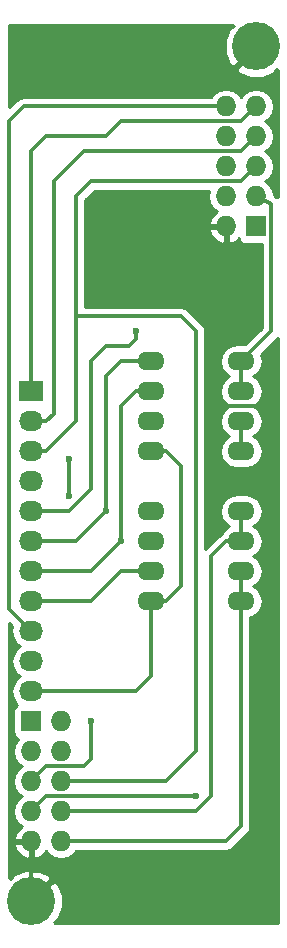
<source format=gbr>
G04 #@! TF.FileFunction,Copper,L2,Bot,Signal*
%FSLAX46Y46*%
G04 Gerber Fmt 4.6, Leading zero omitted, Abs format (unit mm)*
G04 Created by KiCad (PCBNEW 4.0.2+dfsg1-2~bpo8+1-stable) date Mon 04 Sep 2017 02:15:41 PM EEST*
%MOMM*%
G01*
G04 APERTURE LIST*
%ADD10C,0.050000*%
%ADD11R,1.727200X1.727200*%
%ADD12O,1.727200X1.727200*%
%ADD13R,2.032000X1.727200*%
%ADD14O,2.032000X1.727200*%
%ADD15O,2.300000X1.600000*%
%ADD16C,4.064000*%
%ADD17C,0.600000*%
%ADD18C,0.300000*%
%ADD19C,0.254000*%
G04 APERTURE END LIST*
D10*
D11*
X137160000Y-142240000D03*
D12*
X139700000Y-142240000D03*
X137160000Y-144780000D03*
X139700000Y-144780000D03*
X137160000Y-147320000D03*
X139700000Y-147320000D03*
X137160000Y-149860000D03*
X139700000Y-149860000D03*
X137160000Y-152400000D03*
X139700000Y-152400000D03*
D11*
X156210000Y-100330000D03*
D12*
X153670000Y-100330000D03*
X156210000Y-97790000D03*
X153670000Y-97790000D03*
X156210000Y-95250000D03*
X153670000Y-95250000D03*
X156210000Y-92710000D03*
X153670000Y-92710000D03*
X156210000Y-90170000D03*
X153670000Y-90170000D03*
D13*
X137160000Y-114300000D03*
D14*
X137160000Y-116840000D03*
X137160000Y-119380000D03*
X137160000Y-121920000D03*
X137160000Y-124460000D03*
X137160000Y-127000000D03*
X137160000Y-129540000D03*
X137160000Y-132080000D03*
X137160000Y-134620000D03*
X137160000Y-137160000D03*
X137160000Y-139700000D03*
D15*
X154940000Y-132080000D03*
X154940000Y-129540000D03*
X154940000Y-127000000D03*
X154940000Y-124460000D03*
X147320000Y-124460000D03*
X147320000Y-127000000D03*
X147320000Y-129540000D03*
X147320000Y-132080000D03*
X154940000Y-119380000D03*
X154940000Y-116840000D03*
X154940000Y-114300000D03*
X154940000Y-111760000D03*
X147320000Y-111760000D03*
X147320000Y-114300000D03*
X147320000Y-116840000D03*
X147320000Y-119380000D03*
D16*
X156210000Y-85090000D03*
X137160000Y-157480000D03*
D17*
X140335000Y-120015000D03*
X140335000Y-123190000D03*
X142240000Y-142240000D03*
X146050000Y-109220000D03*
X151130000Y-148590000D03*
X143510000Y-124460000D03*
X144780000Y-127000000D03*
D18*
X153670000Y-90170000D02*
X136525000Y-90170000D01*
X135255000Y-132715000D02*
X137160000Y-134620000D01*
X135255000Y-91440000D02*
X135255000Y-132715000D01*
X136525000Y-90170000D02*
X135255000Y-91440000D01*
X140335000Y-123190000D02*
X140335000Y-120015000D01*
X137160000Y-114300000D02*
X137160000Y-93980000D01*
X154940000Y-91440000D02*
X156210000Y-90170000D01*
X144780000Y-91440000D02*
X154940000Y-91440000D01*
X143510000Y-92710000D02*
X144780000Y-91440000D01*
X138430000Y-92710000D02*
X143510000Y-92710000D01*
X137160000Y-93980000D02*
X138430000Y-92710000D01*
X137160000Y-116840000D02*
X138430000Y-116840000D01*
X154940000Y-93980000D02*
X156210000Y-92710000D01*
X141605000Y-93980000D02*
X154940000Y-93980000D01*
X139065000Y-96520000D02*
X141605000Y-93980000D01*
X139065000Y-116205000D02*
X139065000Y-96520000D01*
X138430000Y-116840000D02*
X139065000Y-116205000D01*
X137160000Y-147320000D02*
X138430000Y-146050000D01*
X142240000Y-145415000D02*
X142240000Y-142240000D01*
X141605000Y-146050000D02*
X142240000Y-145415000D01*
X138430000Y-146050000D02*
X141605000Y-146050000D01*
X139700000Y-147320000D02*
X148590000Y-147320000D01*
X149860000Y-107950000D02*
X140970000Y-107950000D01*
X151130000Y-109220000D02*
X149860000Y-107950000D01*
X151130000Y-144780000D02*
X151130000Y-109220000D01*
X148590000Y-147320000D02*
X151130000Y-144780000D01*
X137160000Y-119380000D02*
X138430000Y-119380000D01*
X154940000Y-96520000D02*
X156210000Y-95250000D01*
X142240000Y-96520000D02*
X154940000Y-96520000D01*
X140970000Y-97790000D02*
X142240000Y-96520000D01*
X140970000Y-116840000D02*
X140970000Y-107950000D01*
X140970000Y-107950000D02*
X140970000Y-97790000D01*
X138430000Y-119380000D02*
X140970000Y-116840000D01*
X146050000Y-109220000D02*
X146050000Y-109855000D01*
X140335000Y-124460000D02*
X142240000Y-122555000D01*
X140335000Y-124460000D02*
X137160000Y-124460000D01*
X142240000Y-111760000D02*
X142240000Y-122555000D01*
X143510000Y-110490000D02*
X142240000Y-111760000D01*
X145415000Y-110490000D02*
X143510000Y-110490000D01*
X146050000Y-109855000D02*
X145415000Y-110490000D01*
X137160000Y-149860000D02*
X138430000Y-148590000D01*
X138430000Y-148590000D02*
X151130000Y-148590000D01*
X139700000Y-149860000D02*
X151130000Y-149860000D01*
X153670000Y-127000000D02*
X154940000Y-127000000D01*
X152400000Y-128270000D02*
X153670000Y-127000000D01*
X152400000Y-148590000D02*
X152400000Y-128270000D01*
X151130000Y-149860000D02*
X152400000Y-148590000D01*
X154940000Y-127000000D02*
X154940000Y-124460000D01*
X154940000Y-127000000D02*
X154940000Y-127000000D01*
X153670000Y-100330000D02*
X153670000Y-104775000D01*
X137160000Y-154940000D02*
X155575000Y-154940000D01*
X155575000Y-154940000D02*
X156845000Y-153670000D01*
X156845000Y-153670000D02*
X156845000Y-115570000D01*
X156845000Y-115570000D02*
X153670000Y-115570000D01*
X137160000Y-154940000D02*
X137160000Y-152400000D01*
X153035000Y-115570000D02*
X153670000Y-115570000D01*
X153035000Y-105410000D02*
X153035000Y-115570000D01*
X153670000Y-104775000D02*
X153035000Y-105410000D01*
X137160000Y-152400000D02*
X137160000Y-157480000D01*
X154940000Y-132080000D02*
X154940000Y-129540000D01*
X139700000Y-152400000D02*
X153670000Y-152400000D01*
X154940000Y-151130000D02*
X154940000Y-132080000D01*
X153670000Y-152400000D02*
X154940000Y-151130000D01*
X154940000Y-119380000D02*
X154940000Y-116840000D01*
X154940000Y-111760000D02*
X157480000Y-109220000D01*
X157480000Y-107950000D02*
X157480000Y-98425000D01*
X157480000Y-98425000D02*
X156210000Y-97790000D01*
X157480000Y-109220000D02*
X157480000Y-107950000D01*
X154940000Y-114300000D02*
X154940000Y-111760000D01*
X137160000Y-127000000D02*
X140970000Y-127000000D01*
X140970000Y-127000000D02*
X143510000Y-124460000D01*
X144780000Y-111760000D02*
X147320000Y-111760000D01*
X143510000Y-113030000D02*
X144780000Y-111760000D01*
X143510000Y-124460000D02*
X143510000Y-113030000D01*
X140970000Y-127000000D02*
X143510000Y-124460000D01*
X147320000Y-114300000D02*
X146050000Y-114300000D01*
X144780000Y-115570000D02*
X144780000Y-127000000D01*
X146050000Y-114300000D02*
X144780000Y-115570000D01*
X144780000Y-127000000D02*
X142240000Y-129540000D01*
X142240000Y-129540000D02*
X137160000Y-129540000D01*
X137160000Y-129540000D02*
X142240000Y-129540000D01*
X142240000Y-129540000D02*
X144780000Y-127000000D01*
X137160000Y-132080000D02*
X142240000Y-132080000D01*
X144780000Y-129540000D02*
X147320000Y-129540000D01*
X142240000Y-132080000D02*
X144780000Y-129540000D01*
X147320000Y-132080000D02*
X148590000Y-132080000D01*
X148590000Y-119380000D02*
X147320000Y-119380000D01*
X149860000Y-120650000D02*
X148590000Y-119380000D01*
X149860000Y-130810000D02*
X149860000Y-120650000D01*
X148590000Y-132080000D02*
X149860000Y-130810000D01*
X137160000Y-139700000D02*
X146050000Y-139700000D01*
X147320000Y-138430000D02*
X147320000Y-132080000D01*
X146050000Y-139700000D02*
X147320000Y-138430000D01*
D19*
G36*
X152142041Y-97790000D02*
X152256115Y-98363489D01*
X152580971Y-98849670D01*
X152904228Y-99065664D01*
X152781510Y-99123179D01*
X152387312Y-99555053D01*
X152215042Y-99970974D01*
X152336183Y-100203000D01*
X153543000Y-100203000D01*
X153543000Y-100183000D01*
X153797000Y-100183000D01*
X153797000Y-100203000D01*
X153817000Y-100203000D01*
X153817000Y-100457000D01*
X153797000Y-100457000D01*
X153797000Y-101664469D01*
X154029027Y-101784968D01*
X154558490Y-101536821D01*
X154728495Y-101350567D01*
X154743238Y-101428917D01*
X154882310Y-101645041D01*
X155094510Y-101790031D01*
X155346400Y-101841040D01*
X156695000Y-101841040D01*
X156695000Y-108894842D01*
X155264842Y-110325000D01*
X154555030Y-110325000D01*
X154005879Y-110434233D01*
X153540332Y-110745302D01*
X153229263Y-111210849D01*
X153120030Y-111760000D01*
X153229263Y-112309151D01*
X153540332Y-112774698D01*
X153922418Y-113030000D01*
X153540332Y-113285302D01*
X153229263Y-113750849D01*
X153120030Y-114300000D01*
X153229263Y-114849151D01*
X153540332Y-115314698D01*
X153922418Y-115570000D01*
X153540332Y-115825302D01*
X153229263Y-116290849D01*
X153120030Y-116840000D01*
X153229263Y-117389151D01*
X153540332Y-117854698D01*
X153922418Y-118110000D01*
X153540332Y-118365302D01*
X153229263Y-118830849D01*
X153120030Y-119380000D01*
X153229263Y-119929151D01*
X153540332Y-120394698D01*
X154005879Y-120705767D01*
X154555030Y-120815000D01*
X155324970Y-120815000D01*
X155874121Y-120705767D01*
X156339668Y-120394698D01*
X156650737Y-119929151D01*
X156759970Y-119380000D01*
X156650737Y-118830849D01*
X156339668Y-118365302D01*
X155957582Y-118110000D01*
X156339668Y-117854698D01*
X156650737Y-117389151D01*
X156759970Y-116840000D01*
X156650737Y-116290849D01*
X156339668Y-115825302D01*
X155957582Y-115570000D01*
X156339668Y-115314698D01*
X156650737Y-114849151D01*
X156759970Y-114300000D01*
X156650737Y-113750849D01*
X156339668Y-113285302D01*
X155957582Y-113030000D01*
X156339668Y-112774698D01*
X156650737Y-112309151D01*
X156759970Y-111760000D01*
X156650737Y-111210849D01*
X156630138Y-111180020D01*
X158035079Y-109775079D01*
X158040000Y-109767714D01*
X158040000Y-159310000D01*
X139169608Y-159310000D01*
X139058123Y-159198515D01*
X139432168Y-158973846D01*
X139830880Y-157990612D01*
X139822975Y-156929643D01*
X139432168Y-155986154D01*
X139058121Y-155761484D01*
X137339605Y-157480000D01*
X137353748Y-157494143D01*
X137174143Y-157673748D01*
X137160000Y-157659605D01*
X137145858Y-157673748D01*
X136966253Y-157494143D01*
X136980395Y-157480000D01*
X136966253Y-157465858D01*
X137145858Y-157286253D01*
X137160000Y-157300395D01*
X138878516Y-155581879D01*
X138653846Y-155207832D01*
X137670612Y-154809120D01*
X136609643Y-154817025D01*
X135666154Y-155207832D01*
X135441485Y-155581877D01*
X135330000Y-155470392D01*
X135330000Y-152759026D01*
X135705042Y-152759026D01*
X135877312Y-153174947D01*
X136271510Y-153606821D01*
X136800973Y-153854968D01*
X137033000Y-153734469D01*
X137033000Y-152527000D01*
X135826183Y-152527000D01*
X135705042Y-152759026D01*
X135330000Y-152759026D01*
X135330000Y-133900158D01*
X135571753Y-134141911D01*
X135476655Y-134620000D01*
X135590729Y-135193489D01*
X135915585Y-135679670D01*
X136230366Y-135890000D01*
X135915585Y-136100330D01*
X135590729Y-136586511D01*
X135476655Y-137160000D01*
X135590729Y-137733489D01*
X135915585Y-138219670D01*
X136230366Y-138430000D01*
X135915585Y-138640330D01*
X135590729Y-139126511D01*
X135476655Y-139700000D01*
X135590729Y-140273489D01*
X135915585Y-140759670D01*
X135997308Y-140814276D01*
X135844959Y-140912310D01*
X135699969Y-141124510D01*
X135648960Y-141376400D01*
X135648960Y-143103600D01*
X135693238Y-143338917D01*
X135832310Y-143555041D01*
X136044510Y-143700031D01*
X136088131Y-143708864D01*
X136070971Y-143720330D01*
X135746115Y-144206511D01*
X135632041Y-144780000D01*
X135746115Y-145353489D01*
X136070971Y-145839670D01*
X136385752Y-146050000D01*
X136070971Y-146260330D01*
X135746115Y-146746511D01*
X135632041Y-147320000D01*
X135746115Y-147893489D01*
X136070971Y-148379670D01*
X136385752Y-148590000D01*
X136070971Y-148800330D01*
X135746115Y-149286511D01*
X135632041Y-149860000D01*
X135746115Y-150433489D01*
X136070971Y-150919670D01*
X136394228Y-151135664D01*
X136271510Y-151193179D01*
X135877312Y-151625053D01*
X135705042Y-152040974D01*
X135826183Y-152273000D01*
X137033000Y-152273000D01*
X137033000Y-152253000D01*
X137287000Y-152253000D01*
X137287000Y-152273000D01*
X137307000Y-152273000D01*
X137307000Y-152527000D01*
X137287000Y-152527000D01*
X137287000Y-153734469D01*
X137519027Y-153854968D01*
X138048490Y-153606821D01*
X138430008Y-153188839D01*
X138610971Y-153459670D01*
X139097152Y-153784526D01*
X139670641Y-153898600D01*
X139729359Y-153898600D01*
X140302848Y-153784526D01*
X140789029Y-153459670D01*
X140972558Y-153185000D01*
X153670000Y-153185000D01*
X153970407Y-153125245D01*
X154225079Y-152955079D01*
X155495079Y-151685079D01*
X155665245Y-151430407D01*
X155725000Y-151130000D01*
X155725000Y-133435429D01*
X155874121Y-133405767D01*
X156339668Y-133094698D01*
X156650737Y-132629151D01*
X156759970Y-132080000D01*
X156650737Y-131530849D01*
X156339668Y-131065302D01*
X155957582Y-130810000D01*
X156339668Y-130554698D01*
X156650737Y-130089151D01*
X156759970Y-129540000D01*
X156650737Y-128990849D01*
X156339668Y-128525302D01*
X155957582Y-128270000D01*
X156339668Y-128014698D01*
X156650737Y-127549151D01*
X156759970Y-127000000D01*
X156650737Y-126450849D01*
X156339668Y-125985302D01*
X155957582Y-125730000D01*
X156339668Y-125474698D01*
X156650737Y-125009151D01*
X156759970Y-124460000D01*
X156650737Y-123910849D01*
X156339668Y-123445302D01*
X155874121Y-123134233D01*
X155324970Y-123025000D01*
X154555030Y-123025000D01*
X154005879Y-123134233D01*
X153540332Y-123445302D01*
X153229263Y-123910849D01*
X153120030Y-124460000D01*
X153229263Y-125009151D01*
X153540332Y-125474698D01*
X153922418Y-125730000D01*
X153540332Y-125985302D01*
X153328643Y-126302117D01*
X153114921Y-126444921D01*
X151915000Y-127644842D01*
X151915000Y-109220000D01*
X151855245Y-108919594D01*
X151855245Y-108919593D01*
X151685079Y-108664921D01*
X150415079Y-107394921D01*
X150160407Y-107224755D01*
X149860000Y-107165000D01*
X141755000Y-107165000D01*
X141755000Y-100689026D01*
X152215042Y-100689026D01*
X152387312Y-101104947D01*
X152781510Y-101536821D01*
X153310973Y-101784968D01*
X153543000Y-101664469D01*
X153543000Y-100457000D01*
X152336183Y-100457000D01*
X152215042Y-100689026D01*
X141755000Y-100689026D01*
X141755000Y-98115158D01*
X142565158Y-97305000D01*
X152238513Y-97305000D01*
X152142041Y-97790000D01*
X152142041Y-97790000D01*
G37*
X152142041Y-97790000D02*
X152256115Y-98363489D01*
X152580971Y-98849670D01*
X152904228Y-99065664D01*
X152781510Y-99123179D01*
X152387312Y-99555053D01*
X152215042Y-99970974D01*
X152336183Y-100203000D01*
X153543000Y-100203000D01*
X153543000Y-100183000D01*
X153797000Y-100183000D01*
X153797000Y-100203000D01*
X153817000Y-100203000D01*
X153817000Y-100457000D01*
X153797000Y-100457000D01*
X153797000Y-101664469D01*
X154029027Y-101784968D01*
X154558490Y-101536821D01*
X154728495Y-101350567D01*
X154743238Y-101428917D01*
X154882310Y-101645041D01*
X155094510Y-101790031D01*
X155346400Y-101841040D01*
X156695000Y-101841040D01*
X156695000Y-108894842D01*
X155264842Y-110325000D01*
X154555030Y-110325000D01*
X154005879Y-110434233D01*
X153540332Y-110745302D01*
X153229263Y-111210849D01*
X153120030Y-111760000D01*
X153229263Y-112309151D01*
X153540332Y-112774698D01*
X153922418Y-113030000D01*
X153540332Y-113285302D01*
X153229263Y-113750849D01*
X153120030Y-114300000D01*
X153229263Y-114849151D01*
X153540332Y-115314698D01*
X153922418Y-115570000D01*
X153540332Y-115825302D01*
X153229263Y-116290849D01*
X153120030Y-116840000D01*
X153229263Y-117389151D01*
X153540332Y-117854698D01*
X153922418Y-118110000D01*
X153540332Y-118365302D01*
X153229263Y-118830849D01*
X153120030Y-119380000D01*
X153229263Y-119929151D01*
X153540332Y-120394698D01*
X154005879Y-120705767D01*
X154555030Y-120815000D01*
X155324970Y-120815000D01*
X155874121Y-120705767D01*
X156339668Y-120394698D01*
X156650737Y-119929151D01*
X156759970Y-119380000D01*
X156650737Y-118830849D01*
X156339668Y-118365302D01*
X155957582Y-118110000D01*
X156339668Y-117854698D01*
X156650737Y-117389151D01*
X156759970Y-116840000D01*
X156650737Y-116290849D01*
X156339668Y-115825302D01*
X155957582Y-115570000D01*
X156339668Y-115314698D01*
X156650737Y-114849151D01*
X156759970Y-114300000D01*
X156650737Y-113750849D01*
X156339668Y-113285302D01*
X155957582Y-113030000D01*
X156339668Y-112774698D01*
X156650737Y-112309151D01*
X156759970Y-111760000D01*
X156650737Y-111210849D01*
X156630138Y-111180020D01*
X158035079Y-109775079D01*
X158040000Y-109767714D01*
X158040000Y-159310000D01*
X139169608Y-159310000D01*
X139058123Y-159198515D01*
X139432168Y-158973846D01*
X139830880Y-157990612D01*
X139822975Y-156929643D01*
X139432168Y-155986154D01*
X139058121Y-155761484D01*
X137339605Y-157480000D01*
X137353748Y-157494143D01*
X137174143Y-157673748D01*
X137160000Y-157659605D01*
X137145858Y-157673748D01*
X136966253Y-157494143D01*
X136980395Y-157480000D01*
X136966253Y-157465858D01*
X137145858Y-157286253D01*
X137160000Y-157300395D01*
X138878516Y-155581879D01*
X138653846Y-155207832D01*
X137670612Y-154809120D01*
X136609643Y-154817025D01*
X135666154Y-155207832D01*
X135441485Y-155581877D01*
X135330000Y-155470392D01*
X135330000Y-152759026D01*
X135705042Y-152759026D01*
X135877312Y-153174947D01*
X136271510Y-153606821D01*
X136800973Y-153854968D01*
X137033000Y-153734469D01*
X137033000Y-152527000D01*
X135826183Y-152527000D01*
X135705042Y-152759026D01*
X135330000Y-152759026D01*
X135330000Y-133900158D01*
X135571753Y-134141911D01*
X135476655Y-134620000D01*
X135590729Y-135193489D01*
X135915585Y-135679670D01*
X136230366Y-135890000D01*
X135915585Y-136100330D01*
X135590729Y-136586511D01*
X135476655Y-137160000D01*
X135590729Y-137733489D01*
X135915585Y-138219670D01*
X136230366Y-138430000D01*
X135915585Y-138640330D01*
X135590729Y-139126511D01*
X135476655Y-139700000D01*
X135590729Y-140273489D01*
X135915585Y-140759670D01*
X135997308Y-140814276D01*
X135844959Y-140912310D01*
X135699969Y-141124510D01*
X135648960Y-141376400D01*
X135648960Y-143103600D01*
X135693238Y-143338917D01*
X135832310Y-143555041D01*
X136044510Y-143700031D01*
X136088131Y-143708864D01*
X136070971Y-143720330D01*
X135746115Y-144206511D01*
X135632041Y-144780000D01*
X135746115Y-145353489D01*
X136070971Y-145839670D01*
X136385752Y-146050000D01*
X136070971Y-146260330D01*
X135746115Y-146746511D01*
X135632041Y-147320000D01*
X135746115Y-147893489D01*
X136070971Y-148379670D01*
X136385752Y-148590000D01*
X136070971Y-148800330D01*
X135746115Y-149286511D01*
X135632041Y-149860000D01*
X135746115Y-150433489D01*
X136070971Y-150919670D01*
X136394228Y-151135664D01*
X136271510Y-151193179D01*
X135877312Y-151625053D01*
X135705042Y-152040974D01*
X135826183Y-152273000D01*
X137033000Y-152273000D01*
X137033000Y-152253000D01*
X137287000Y-152253000D01*
X137287000Y-152273000D01*
X137307000Y-152273000D01*
X137307000Y-152527000D01*
X137287000Y-152527000D01*
X137287000Y-153734469D01*
X137519027Y-153854968D01*
X138048490Y-153606821D01*
X138430008Y-153188839D01*
X138610971Y-153459670D01*
X139097152Y-153784526D01*
X139670641Y-153898600D01*
X139729359Y-153898600D01*
X140302848Y-153784526D01*
X140789029Y-153459670D01*
X140972558Y-153185000D01*
X153670000Y-153185000D01*
X153970407Y-153125245D01*
X154225079Y-152955079D01*
X155495079Y-151685079D01*
X155665245Y-151430407D01*
X155725000Y-151130000D01*
X155725000Y-133435429D01*
X155874121Y-133405767D01*
X156339668Y-133094698D01*
X156650737Y-132629151D01*
X156759970Y-132080000D01*
X156650737Y-131530849D01*
X156339668Y-131065302D01*
X155957582Y-130810000D01*
X156339668Y-130554698D01*
X156650737Y-130089151D01*
X156759970Y-129540000D01*
X156650737Y-128990849D01*
X156339668Y-128525302D01*
X155957582Y-128270000D01*
X156339668Y-128014698D01*
X156650737Y-127549151D01*
X156759970Y-127000000D01*
X156650737Y-126450849D01*
X156339668Y-125985302D01*
X155957582Y-125730000D01*
X156339668Y-125474698D01*
X156650737Y-125009151D01*
X156759970Y-124460000D01*
X156650737Y-123910849D01*
X156339668Y-123445302D01*
X155874121Y-123134233D01*
X155324970Y-123025000D01*
X154555030Y-123025000D01*
X154005879Y-123134233D01*
X153540332Y-123445302D01*
X153229263Y-123910849D01*
X153120030Y-124460000D01*
X153229263Y-125009151D01*
X153540332Y-125474698D01*
X153922418Y-125730000D01*
X153540332Y-125985302D01*
X153328643Y-126302117D01*
X153114921Y-126444921D01*
X151915000Y-127644842D01*
X151915000Y-109220000D01*
X151855245Y-108919594D01*
X151855245Y-108919593D01*
X151685079Y-108664921D01*
X150415079Y-107394921D01*
X150160407Y-107224755D01*
X149860000Y-107165000D01*
X141755000Y-107165000D01*
X141755000Y-100689026D01*
X152215042Y-100689026D01*
X152387312Y-101104947D01*
X152781510Y-101536821D01*
X153310973Y-101784968D01*
X153543000Y-101664469D01*
X153543000Y-100457000D01*
X152336183Y-100457000D01*
X152215042Y-100689026D01*
X141755000Y-100689026D01*
X141755000Y-98115158D01*
X142565158Y-97305000D01*
X152238513Y-97305000D01*
X152142041Y-97790000D01*
G36*
X154311877Y-83371485D02*
X153937832Y-83596154D01*
X153539120Y-84579388D01*
X153547025Y-85640357D01*
X153937832Y-86583846D01*
X154311879Y-86808516D01*
X156030395Y-85090000D01*
X156016253Y-85075858D01*
X156195858Y-84896253D01*
X156210000Y-84910395D01*
X156224143Y-84896253D01*
X156403748Y-85075858D01*
X156389605Y-85090000D01*
X156403748Y-85104143D01*
X156224143Y-85283748D01*
X156210000Y-85269605D01*
X154491484Y-86988121D01*
X154716154Y-87362168D01*
X155699388Y-87760880D01*
X156760357Y-87752975D01*
X157703846Y-87362168D01*
X157928515Y-86988123D01*
X158040000Y-87099608D01*
X158040000Y-97877286D01*
X158035079Y-97869921D01*
X157930460Y-97800017D01*
X157831063Y-97722875D01*
X157712850Y-97663769D01*
X157623885Y-97216511D01*
X157299029Y-96730330D01*
X156984248Y-96520000D01*
X157299029Y-96309670D01*
X157623885Y-95823489D01*
X157737959Y-95250000D01*
X157623885Y-94676511D01*
X157299029Y-94190330D01*
X156984248Y-93980000D01*
X157299029Y-93769670D01*
X157623885Y-93283489D01*
X157737959Y-92710000D01*
X157623885Y-92136511D01*
X157299029Y-91650330D01*
X156984248Y-91440000D01*
X157299029Y-91229670D01*
X157623885Y-90743489D01*
X157737959Y-90170000D01*
X157623885Y-89596511D01*
X157299029Y-89110330D01*
X156812848Y-88785474D01*
X156239359Y-88671400D01*
X156180641Y-88671400D01*
X155607152Y-88785474D01*
X155120971Y-89110330D01*
X154940000Y-89381172D01*
X154759029Y-89110330D01*
X154272848Y-88785474D01*
X153699359Y-88671400D01*
X153640641Y-88671400D01*
X153067152Y-88785474D01*
X152580971Y-89110330D01*
X152397442Y-89385000D01*
X136525000Y-89385000D01*
X136224593Y-89444755D01*
X135969921Y-89614921D01*
X135330000Y-90254842D01*
X135330000Y-83260000D01*
X154200392Y-83260000D01*
X154311877Y-83371485D01*
X154311877Y-83371485D01*
G37*
X154311877Y-83371485D02*
X153937832Y-83596154D01*
X153539120Y-84579388D01*
X153547025Y-85640357D01*
X153937832Y-86583846D01*
X154311879Y-86808516D01*
X156030395Y-85090000D01*
X156016253Y-85075858D01*
X156195858Y-84896253D01*
X156210000Y-84910395D01*
X156224143Y-84896253D01*
X156403748Y-85075858D01*
X156389605Y-85090000D01*
X156403748Y-85104143D01*
X156224143Y-85283748D01*
X156210000Y-85269605D01*
X154491484Y-86988121D01*
X154716154Y-87362168D01*
X155699388Y-87760880D01*
X156760357Y-87752975D01*
X157703846Y-87362168D01*
X157928515Y-86988123D01*
X158040000Y-87099608D01*
X158040000Y-97877286D01*
X158035079Y-97869921D01*
X157930460Y-97800017D01*
X157831063Y-97722875D01*
X157712850Y-97663769D01*
X157623885Y-97216511D01*
X157299029Y-96730330D01*
X156984248Y-96520000D01*
X157299029Y-96309670D01*
X157623885Y-95823489D01*
X157737959Y-95250000D01*
X157623885Y-94676511D01*
X157299029Y-94190330D01*
X156984248Y-93980000D01*
X157299029Y-93769670D01*
X157623885Y-93283489D01*
X157737959Y-92710000D01*
X157623885Y-92136511D01*
X157299029Y-91650330D01*
X156984248Y-91440000D01*
X157299029Y-91229670D01*
X157623885Y-90743489D01*
X157737959Y-90170000D01*
X157623885Y-89596511D01*
X157299029Y-89110330D01*
X156812848Y-88785474D01*
X156239359Y-88671400D01*
X156180641Y-88671400D01*
X155607152Y-88785474D01*
X155120971Y-89110330D01*
X154940000Y-89381172D01*
X154759029Y-89110330D01*
X154272848Y-88785474D01*
X153699359Y-88671400D01*
X153640641Y-88671400D01*
X153067152Y-88785474D01*
X152580971Y-89110330D01*
X152397442Y-89385000D01*
X136525000Y-89385000D01*
X136224593Y-89444755D01*
X135969921Y-89614921D01*
X135330000Y-90254842D01*
X135330000Y-83260000D01*
X154200392Y-83260000D01*
X154311877Y-83371485D01*
M02*

</source>
